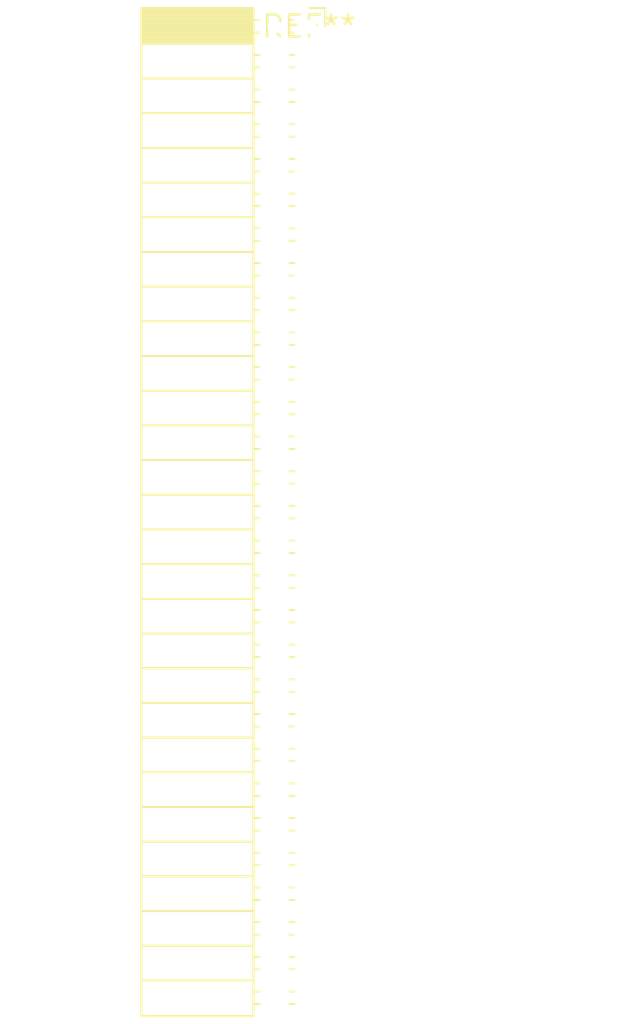
<source format=kicad_pcb>
(kicad_pcb (version 20240108) (generator pcbnew)
  (layers (0 "F.Cu" signal) (31 "B.Cu" signal) (34 "B.Paste" user) (35 "F.Paste" user) (36 "B.SilkS" user "B.Silkscreen") (37 "F.SilkS" user "F.Silkscreen") (38 "B.Mask" user) (39 "F.Mask" user) (44 "Edge.Cuts" user))
  (net 0 "")
  (footprint "PinSocket_2x29_P2.00mm_Horizontal" (layer "F.Cu") (at 0 0)
    (property "Reference" "REF**")
    (property "Value" "PinSocket_2x29_P2.00mm_Horizontal")
    (fp_line (start -9.68 -1.06) (end -9.68 57.06) (layer "F.SilkS") (stroke (width 0.12)))
    (fp_line (start -9.68 -1.06) (end -3.21 -1.06) (layer "F.SilkS") (stroke (width 0.12)))
    (fp_line (start -9.68 -0.94) (end -3.21 -0.94) (layer "F.SilkS") (stroke (width 0.12)))
    (fp_line (start -9.68 -0.825882) (end -3.21 -0.825882) (layer "F.SilkS") (stroke (width 0.12)))
    (fp_line (start -9.68 -0.711764) (end -3.21 -0.711764) (layer "F.SilkS") (stroke (width 0.12)))
    (fp_line (start -9.68 -0.597646) (end -3.21 -0.597646) (layer "F.SilkS") (stroke (width 0.12)))
    (fp_line (start -9.68 -0.483528) (end -3.21 -0.483528) (layer "F.SilkS") (stroke (width 0.12)))
    (fp_line (start -9.68 -0.36941) (end -3.21 -0.36941) (layer "F.SilkS") (stroke (width 0.12)))
    (fp_line (start -9.68 -0.255292) (end -3.21 -0.255292) (layer "F.SilkS") (stroke (width 0.12)))
    (fp_line (start -9.68 -0.141174) (end -3.21 -0.141174) (layer "F.SilkS") (stroke (width 0.12)))
    (fp_line (start -9.68 -0.027056) (end -3.21 -0.027056) (layer "F.SilkS") (stroke (width 0.12)))
    (fp_line (start -9.68 0.087062) (end -3.21 0.087062) (layer "F.SilkS") (stroke (width 0.12)))
    (fp_line (start -9.68 0.20118) (end -3.21 0.20118) (layer "F.SilkS") (stroke (width 0.12)))
    (fp_line (start -9.68 0.315298) (end -3.21 0.315298) (layer "F.SilkS") (stroke (width 0.12)))
    (fp_line (start -9.68 0.429416) (end -3.21 0.429416) (layer "F.SilkS") (stroke (width 0.12)))
    (fp_line (start -9.68 0.543534) (end -3.21 0.543534) (layer "F.SilkS") (stroke (width 0.12)))
    (fp_line (start -9.68 0.657652) (end -3.21 0.657652) (layer "F.SilkS") (stroke (width 0.12)))
    (fp_line (start -9.68 0.77177) (end -3.21 0.77177) (layer "F.SilkS") (stroke (width 0.12)))
    (fp_line (start -9.68 0.885888) (end -3.21 0.885888) (layer "F.SilkS") (stroke (width 0.12)))
    (fp_line (start -9.68 1) (end -3.21 1) (layer "F.SilkS") (stroke (width 0.12)))
    (fp_line (start -9.68 3) (end -3.21 3) (layer "F.SilkS") (stroke (width 0.12)))
    (fp_line (start -9.68 5) (end -3.21 5) (layer "F.SilkS") (stroke (width 0.12)))
    (fp_line (start -9.68 7) (end -3.21 7) (layer "F.SilkS") (stroke (width 0.12)))
    (fp_line (start -9.68 9) (end -3.21 9) (layer "F.SilkS") (stroke (width 0.12)))
    (fp_line (start -9.68 11) (end -3.21 11) (layer "F.SilkS") (stroke (width 0.12)))
    (fp_line (start -9.68 13) (end -3.21 13) (layer "F.SilkS") (stroke (width 0.12)))
    (fp_line (start -9.68 15) (end -3.21 15) (layer "F.SilkS") (stroke (width 0.12)))
    (fp_line (start -9.68 17) (end -3.21 17) (layer "F.SilkS") (stroke (width 0.12)))
    (fp_line (start -9.68 19) (end -3.21 19) (layer "F.SilkS") (stroke (width 0.12)))
    (fp_line (start -9.68 21) (end -3.21 21) (layer "F.SilkS") (stroke (width 0.12)))
    (fp_line (start -9.68 23) (end -3.21 23) (layer "F.SilkS") (stroke (width 0.12)))
    (fp_line (start -9.68 25) (end -3.21 25) (layer "F.SilkS") (stroke (width 0.12)))
    (fp_line (start -9.68 27) (end -3.21 27) (layer "F.SilkS") (stroke (width 0.12)))
    (fp_line (start -9.68 29) (end -3.21 29) (layer "F.SilkS") (stroke (width 0.12)))
    (fp_line (start -9.68 31) (end -3.21 31) (layer "F.SilkS") (stroke (width 0.12)))
    (fp_line (start -9.68 33) (end -3.21 33) (layer "F.SilkS") (stroke (width 0.12)))
    (fp_line (start -9.68 35) (end -3.21 35) (layer "F.SilkS") (stroke (width 0.12)))
    (fp_line (start -9.68 37) (end -3.21 37) (layer "F.SilkS") (stroke (width 0.12)))
    (fp_line (start -9.68 39) (end -3.21 39) (layer "F.SilkS") (stroke (width 0.12)))
    (fp_line (start -9.68 41) (end -3.21 41) (layer "F.SilkS") (stroke (width 0.12)))
    (fp_line (start -9.68 43) (end -3.21 43) (layer "F.SilkS") (stroke (width 0.12)))
    (fp_line (start -9.68 45) (end -3.21 45) (layer "F.SilkS") (stroke (width 0.12)))
    (fp_line (start -9.68 47) (end -3.21 47) (layer "F.SilkS") (stroke (width 0.12)))
    (fp_line (start -9.68 49) (end -3.21 49) (layer "F.SilkS") (stroke (width 0.12)))
    (fp_line (start -9.68 51) (end -3.21 51) (layer "F.SilkS") (stroke (width 0.12)))
    (fp_line (start -9.68 53) (end -3.21 53) (layer "F.SilkS") (stroke (width 0.12)))
    (fp_line (start -9.68 55) (end -3.21 55) (layer "F.SilkS") (stroke (width 0.12)))
    (fp_line (start -9.68 57.06) (end -3.21 57.06) (layer "F.SilkS") (stroke (width 0.12)))
    (fp_line (start -3.21 -1.06) (end -3.21 57.06) (layer "F.SilkS") (stroke (width 0.12)))
    (fp_line (start -3.21 -0.36) (end -2.862917 -0.36) (layer "F.SilkS") (stroke (width 0.12)))
    (fp_line (start -3.21 0.36) (end -2.862917 0.36) (layer "F.SilkS") (stroke (width 0.12)))
    (fp_line (start -3.21 1.64) (end -2.862917 1.64) (layer "F.SilkS") (stroke (width 0.12)))
    (fp_line (start -3.21 2.36) (end -2.862917 2.36) (layer "F.SilkS") (stroke (width 0.12)))
    (fp_line (start -3.21 3.64) (end -2.862917 3.64) (layer "F.SilkS") (stroke (width 0.12)))
    (fp_line (start -3.21 4.36) (end -2.862917 4.36) (layer "F.SilkS") (stroke (width 0.12)))
    (fp_line (start -3.21 5.64) (end -2.862917 5.64) (layer "F.SilkS") (stroke (width 0.12)))
    (fp_line (start -3.21 6.36) (end -2.862917 6.36) (layer "F.SilkS") (stroke (width 0.12)))
    (fp_line (start -3.21 7.64) (end -2.862917 7.64) (layer "F.SilkS") (stroke (width 0.12)))
    (fp_line (start -3.21 8.36) (end -2.862917 8.36) (layer "F.SilkS") (stroke (width 0.12)))
    (fp_line (start -3.21 9.64) (end -2.862917 9.64) (layer "F.SilkS") (stroke (width 0.12)))
    (fp_line (start -3.21 10.36) (end -2.862917 10.36) (layer "F.SilkS") (stroke (width 0.12)))
    (fp_line (start -3.21 11.64) (end -2.862917 11.64) (layer "F.SilkS") (stroke (width 0.12)))
    (fp_line (start -3.21 12.36) (end -2.862917 12.36) (layer "F.SilkS") (stroke (width 0.12)))
    (fp_line (start -3.21 13.64) (end -2.862917 13.64) (layer "F.SilkS") (stroke (width 0.12)))
    (fp_line (start -3.21 14.36) (end -2.862917 14.36) (layer "F.SilkS") (stroke (width 0.12)))
    (fp_line (start -3.21 15.64) (end -2.862917 15.64) (layer "F.SilkS") (stroke (width 0.12)))
    (fp_line (start -3.21 16.36) (end -2.862917 16.36) (layer "F.SilkS") (stroke (width 0.12)))
    (fp_line (start -3.21 17.64) (end -2.862917 17.64) (layer "F.SilkS") (stroke (width 0.12)))
    (fp_line (start -3.21 18.36) (end -2.862917 18.36) (layer "F.SilkS") (stroke (width 0.12)))
    (fp_line (start -3.21 19.64) (end -2.862917 19.64) (layer "F.SilkS") (stroke (width 0.12)))
    (fp_line (start -3.21 20.36) (end -2.862917 20.36) (layer "F.SilkS") (stroke (width 0.12)))
    (fp_line (start -3.21 21.64) (end -2.862917 21.64) (layer "F.SilkS") (stroke (width 0.12)))
    (fp_line (start -3.21 22.36) (end -2.862917 22.36) (layer "F.SilkS") (stroke (width 0.12)))
    (fp_line (start -3.21 23.64) (end -2.862917 23.64) (layer "F.SilkS") (stroke (width 0.12)))
    (fp_line (start -3.21 24.36) (end -2.862917 24.36) (layer "F.SilkS") (stroke (width 0.12)))
    (fp_line (start -3.21 25.64) (end -2.862917 25.64) (layer "F.SilkS") (stroke (width 0.12)))
    (fp_line (start -3.21 26.36) (end -2.862917 26.36) (layer "F.SilkS") (stroke (width 0.12)))
    (fp_line (start -3.21 27.64) (end -2.862917 27.64) (layer "F.SilkS") (stroke (width 0.12)))
    (fp_line (start -3.21 28.36) (end -2.862917 28.36) (layer "F.SilkS") (stroke (width 0.12)))
    (fp_line (start -3.21 29.64) (end -2.862917 29.64) (layer "F.SilkS") (stroke (width 0.12)))
    (fp_line (start -3.21 30.36) (end -2.862917 30.36) (layer "F.SilkS") (stroke (width 0.12)))
    (fp_line (start -3.21 31.64) (end -2.862917 31.64) (layer "F.SilkS") (stroke (width 0.12)))
    (fp_line (start -3.21 32.36) (end -2.862917 32.36) (layer "F.SilkS") (stroke (width 0.12)))
    (fp_line (start -3.21 33.64) (end -2.862917 33.64) (layer "F.SilkS") (stroke (width 0.12)))
    (fp_line (start -3.21 34.36) (end -2.862917 34.36) (layer "F.SilkS") (stroke (width 0.12)))
    (fp_line (start -3.21 35.64) (end -2.862917 35.64) (layer "F.SilkS") (stroke (width 0.12)))
    (fp_line (start -3.21 36.36) (end -2.862917 36.36) (layer "F.SilkS") (stroke (width 0.12)))
    (fp_line (start -3.21 37.64) (end -2.862917 37.64) (layer "F.SilkS") (stroke (width 0.12)))
    (fp_line (start -3.21 38.36) (end -2.862917 38.36) (layer "F.SilkS") (stroke (width 0.12)))
    (fp_line (start -3.21 39.64) (end -2.862917 39.64) (layer "F.SilkS") (stroke (width 0.12)))
    (fp_line (start -3.21 40.36) (end -2.862917 40.36) (layer "F.SilkS") (stroke (width 0.12)))
    (fp_line (start -3.21 41.64) (end -2.862917 41.64) (layer "F.SilkS") (stroke (width 0.12)))
    (fp_line (start -3.21 42.36) (end -2.862917 42.36) (layer "F.SilkS") (stroke (width 0.12)))
    (fp_line (start -3.21 43.64) (end -2.862917 43.64) (layer "F.SilkS") (stroke (width 0.12)))
    (fp_line (start -3.21 44.36) (end -2.862917 44.36) (layer "F.SilkS") (stroke (width 0.12)))
    (fp_line (start -3.21 45.64) (end -2.862917 45.64) (layer "F.SilkS") (stroke (width 0.12)))
    (fp_line (start -3.21 46.36) (end -2.862917 46.36) (layer "F.SilkS") (stroke (width 0.12)))
    (fp_line (start -3.21 47.64) (end -2.862917 47.64) (layer "F.SilkS") (stroke (width 0.12)))
    (fp_line (start -3.21 48.36) (end -2.862917 48.36) (layer "F.SilkS") (stroke (width 0.12)))
    (fp_line (start -3.21 49.64) (end -2.862917 49.64) (layer "F.SilkS") (stroke (width 0.12)))
    (fp_line (start -3.21 50.36) (end -2.862917 50.36) (layer "F.SilkS") (stroke (width 0.12)))
    (fp_line (start -3.21 51.64) (end -2.862917 51.64) (layer "F.SilkS") (stroke (width 0.12)))
    (fp_line (start -3.21 52.36) (end -2.862917 52.36) (layer "F.SilkS") (stroke (width 0.12)))
    (fp_line (start -3.21 53.64) (end -2.862917 53.64) (layer "F.SilkS") (stroke (width 0.12)))
    (fp_line (start -3.21 54.36) (end -2.862917 54.36) (layer "F.SilkS") (stroke (width 0.12)))
    (fp_line (start -3.21 55.64) (end -2.862917 55.64) (layer "F.SilkS") (stroke (width 0.12)))
    (fp_line (start -3.21 56.36) (end -2.862917 56.36) (layer "F.SilkS") (stroke (width 0.12)))
    (fp_line (start -1.137083 -0.36) (end -0.935 -0.36) (layer "F.SilkS") (stroke (width 0.12)))
    (fp_line (start -1.137083 0.36) (end -0.935 0.36) (layer "F.SilkS") (stroke (width 0.12)))
    (fp_line (start -1.137083 1.64) (end -0.862917 1.64) (layer "F.SilkS") (stroke (width 0.12)))
    (fp_line (start -1.137083 2.36) (end -0.862917 2.36) (layer "F.SilkS") (stroke (width 0.12)))
    (fp_line (start -1.137083 3.64) (end -0.862917 3.64) (layer "F.SilkS") (stroke (width 0.12)))
    (fp_line (start -1.137083 4.36) (end -0.862917 4.36) (layer "F.SilkS") (stroke (width 0.12)))
    (fp_line (start -1.137083 5.64) (end -0.862917 5.64) (layer "F.SilkS") (stroke (width 0.12)))
    (fp_line (start -1.137083 6.36) (end -0.862917 6.36) (layer "F.SilkS") (stroke (width 0.12)))
    (fp_line (start -1.137083 7.64) (end -0.862917 7.64) (layer "F.SilkS") (stroke (width 0.12)))
    (fp_line (start -1.137083 8.36) (end -0.862917 8.36) (layer "F.SilkS") (stroke (width 0.12)))
    (fp_line (start -1.137083 9.64) (end -0.862917 9.64) (layer "F.SilkS") (stroke (width 0.12)))
    (fp_line (start -1.137083 10.36) (end -0.862917 10.36) (layer "F.SilkS") (stroke (width 0.12)))
    (fp_line (start -1.137083 11.64) (end -0.862917 11.64) (layer "F.SilkS") (stroke (width 0.12)))
    (fp_line (start -1.137083 12.36) (end -0.862917 12.36) (layer "F.SilkS") (stroke (width 0.12)))
    (fp_line (start -1.137083 13.64) (end -0.862917 13.64) (layer "F.SilkS") (stroke (width 0.12)))
    (fp_line (start -1.137083 14.36) (end -0.862917 14.36) (layer "F.SilkS") (stroke (width 0.12)))
    (fp_line (start -1.137083 15.64) (end -0.862917 15.64) (layer "F.SilkS") (stroke (width 0.12)))
    (fp_line (start -1.137083 16.36) (end -0.862917 16.36) (layer "F.SilkS") (stroke (width 0.12)))
    (fp_line (start -1.137083 17.64) (end -0.862917 17.64) (layer "F.SilkS") (stroke (width 0.12)))
    (fp_line (start -1.137083 18.36) (end -0.862917 18.36) (layer "F.SilkS") (stroke (width 0.12)))
    (fp_line (start -1.137083 19.64) (end -0.862917 19.64) (layer "F.SilkS") (stroke (width 0.12)))
    (fp_line (start -1.137083 20.36) (end -0.862917 20.36) (layer "F.SilkS") (stroke (width 0.12)))
    (fp_line (start -1.137083 21.64) (end -0.862917 21.64) (layer "F.SilkS") (stroke (width 0.12)))
    (fp_line (start -1.137083 22.36) (end -0.862917 22.36) (layer "F.SilkS") (stroke (width 0.12)))
    (fp_line (start -1.137083 23.64) (end -0.862917 23.64) (layer "F.SilkS") (stroke (width 0.12)))
    (fp_line (start -1.137083 24.36) (end -0.862917 24.36) (layer "F.SilkS") (stroke (width 0.12)))
    (fp_line (start -1.137083 25.64) (end -0.862917 25.64) (layer "F.SilkS") (stroke (width 0.12)))
    (fp_line (start -1.137083 26.36) (end -0.862917 26.36) (layer "F.SilkS") (stroke (width 0.12)))
    (fp_line (start -1.137083 27.64) (end -0.862917 27.64) (layer "F.SilkS") (stroke (width 0.12)))
    (fp_line (start -1.137083 28.36) (end -0.862917 28.36) (layer "F.SilkS") (stroke (width 0.12)))
    (fp_line (start -1.137083 29.64) (end -0.862917 29.64) (layer "F.SilkS") (stroke (width 0.12)))
    (fp_line (start -1.137083 30.36) (end -0.862917 30.36) (layer "F.SilkS") (stroke (width 0.12)))
    (fp_line (start -1.137083 31.64) (end -0.862917 31.64) (layer "F.SilkS") (stroke (width 0.12)))
    (fp_line (start -1.137083 32.36) (end -0.862917 32.36) (layer "F.SilkS") (stroke (width 0.12)))
    (fp_line (start -1.137083 33.64) (end -0.862917 33.64) (layer "F.SilkS") (stroke (width 0.12)))
    (fp_line (start -1.137083 34.36) (end -0.862917 34.36) (layer "F.SilkS") (stroke (width 0.12)))
    (fp_line (start -1.137083 35.64) (end -0.862917 35.64) (layer "F.SilkS") (stroke (width 0.12)))
    (fp_line (start -1.137083 36.36) (end -0.862917 36.36) (layer "F.SilkS") (stroke (width 0.12)))
    (fp_line (start -1.137083 37.64) (end -0.862917 37.64) (layer "F.SilkS") (stroke (width 0.12)))
    (fp_line (start -1.137083 38.36) (end -0.862917 38.36) (layer "F.SilkS") (stroke (width 0.12)))
    (fp_line (start -1.137083 39.64) (end -0.862917 39.64) (layer "F.SilkS") (stroke (width 0.12)))
    (fp_line (start -1.137083 40.36) (end -0.862917 40.36) (layer "F.SilkS") (stroke (width 0.12)))
    (fp_line (start -1.137083 41.64) (end -0.862917 41.64) (layer "F.SilkS") (stroke (width 0.12)))
    (fp_line (start -1.137083 42.36) (end -0.862917 42.36) (layer "F.SilkS") (stroke (width 0.12)))
    (fp_line (start -1.137083 43.64) (end -0.862917 43.64) (layer "F.SilkS") (stroke (width 0.12)))
    (fp_line (start -1.137083 44.36) (end -0.862917 44.36) (layer "F.SilkS") (stroke (width 0.12)))
    (fp_line (start -1.137083 45.64) (end -0.862917 45.64) (layer "F.SilkS") (stroke (width 0.12)))
    (fp_line (start -1.137083 46.36) (end -0.862917 46.36) (layer "F.SilkS") (stroke (width 0.12)))
    (fp_line (start -1.137083 47.64) (end -0.862917 47.64) (layer "F.SilkS") (stroke (width 0.12)))
    (fp_line (start -1.137083 48.36) (end -0.862917 48.36) (layer "F.SilkS") (stroke (width 0.12)))
    (fp_line (start -1.137083 49.64) (end -0.862917 49.64) (layer "F.SilkS") (stroke (width 0.12)))
    (fp_line (start -1.137083 50.36) (end -0.862917 50.36) (layer "F.SilkS") (stroke (width 0.12)))
    (fp_line (start -1.137083 51.64) (end -0.862917 51.64) (layer "F.SilkS") (stroke (width 0.12)))
    (fp_line (start -1.137083 52.36) (end -0.862917 52.36) (layer "F.SilkS") (stroke (width 0.12)))
    (fp_line (start -1.137083 53.64) (end -0.862917 53.64) (layer "F.SilkS") (stroke (width 0.12)))
    (fp_line (start -1.137083 54.36) (end -0.862917 54.36) (layer "F.SilkS") (stroke (width 0.12)))
    (fp_line (start -1.137083 55.64) (end -0.862917 55.64) (layer "F.SilkS") (stroke (width 0.12)))
    (fp_line (start -1.137083 56.36) (end -0.862917 56.36) (layer "F.SilkS") (stroke (width 0.12)))
    (fp_line (start 0 -1.06) (end 0.935 -1.06) (layer "F.SilkS") (stroke (width 0.12)))
    (fp_line (start 0.935 -1.06) (end 0.935 0) (layer "F.SilkS") (stroke (width 0.12)))
    (pad "1" thru_hole rect (at 0 0) (size 1.35 1.35) (drill 0.8) (layers *.Cu *.Mask) (remove_unused_layers))
    (pad "2" thru_hole oval (at -2 0) (size 1.35 1.35) (drill 0.8) (layers *.Cu *.Mask) (remove_unused_layers))
    (pad "3" thru_hole oval (at 0 2) (size 1.35 1.35) (drill 0.8) (layers *.Cu *.Mask) (remove_unused_layers))
    (pad "4" thru_hole oval (at -2 2) (size 1.35 1.35) (drill 0.8) (layers *.Cu *.Mask) (remove_unused_layers))
    (pad "5" thru_hole oval (at 0 4) (size 1.35 1.35) (drill 0.8) (layers *.Cu *.Mask) (remove_unused_layers))
    (pad "6" thru_hole oval (at -2 4) (size 1.35 1.35) (drill 0.8) (layers *.Cu *.Mask) (remove_unused_layers))
    (pad "7" thru_hole oval (at 0 6) (size 1.35 1.35) (drill 0.8) (layers *.Cu *.Mask) (remove_unused_layers))
    (pad "8" thru_hole oval (at -2 6) (size 1.35 1.35) (drill 0.8) (layers *.Cu *.Mask) (remove_unused_layers))
    (pad "9" thru_hole oval (at 0 8) (size 1.35 1.35) (drill 0.8) (layers *.Cu *.Mask) (remove_unused_layers))
    (pad "10" thru_hole oval (at -2 8) (size 1.35 1.35) (drill 0.8) (layers *.Cu *.Mask) (remove_unused_layers))
    (pad "11" thru_hole oval (at 0 10) (size 1.35 1.35) (drill 0.8) (layers *.Cu *.Mask) (remove_unused_layers))
    (pad "12" thru_hole oval (at -2 10) (size 1.35 1.35) (drill 0.8) (layers *.Cu *.Mask) (remove_unused_layers))
    (pad "13" thru_hole oval (at 0 12) (size 1.35 1.35) (drill 0.8) (layers *.Cu *.Mask) (remove_unused_layers))
    (pad "14" thru_hole oval (at -2 12) (size 1.35 1.35) (drill 0.8) (layers *.Cu *.Mask) (remove_unused_layers))
    (pad "15" thru_hole oval (at 0 14) (size 1.35 1.35) (drill 0.8) (layers *.Cu *.Mask) (remove_unused_layers))
    (pad "16" thru_hole oval (at -2 14) (size 1.35 1.35) (drill 0.8) (layers *.Cu *.Mask) (remove_unused_layers))
    (pad "17" thru_hole oval (at 0 16) (size 1.35 1.35) (drill 0.8) (layers *.Cu *.Mask) (remove_unused_layers))
    (pad "18" thru_hole oval (at -2 16) (size 1.35 1.35) (drill 0.8) (layers *.Cu *.Mask) (remove_unused_layers))
    (pad "19" thru_hole oval (at 0 18) (size 1.35 1.35) (drill 0.8) (layers *.Cu *.Mask) (remove_unused_layers))
    (pad "20" thru_hole oval (at -2 18) (size 1.35 1.35) (drill 0.8) (layers *.Cu *.Mask) (remove_unused_layers))
    (pad "21" thru_hole oval (at 0 20) (size 1.35 1.35) (drill 0.8) (layers *.Cu *.Mask) (remove_unused_layers))
    (pad "22" thru_hole oval (at -2 20) (size 1.35 1.35) (drill 0.8) (layers *.Cu *.Mask) (remove_unused_layers))
    (pad "23" thru_hole oval (at 0 22) (size 1.35 1.35) (drill 0.8) (layers *.Cu *.Mask) (remove_unused_layers))
    (pad "24" thru_hole oval (at -2 22) (size 1.35 1.35) (drill 0.8) (layers *.Cu *.Mask) (remove_unused_layers))
    (pad "25" thru_hole oval (at 0 24) (size 1.35 1.35) (drill 0.8) (layers *.Cu *.Mask) (remove_unused_layers))
    (pad "26" thru_hole oval (at -2 24) (size 1.35 1.35) (drill 0.8) (layers *.Cu *.Mask) (remove_unused_layers))
    (pad "27" thru_hole oval (at 0 26) (size 1.35 1.35) (drill 0.8) (layers *.Cu *.Mask) (remove_unused_layers))
    (pad "28" thru_hole oval (at -2 26) (size 1.35 1.35) (drill 0.8) (layers *.Cu *.Mask) (remove_unused_layers))
    (pad "29" thru_hole oval (at 0 28) (size 1.35 1.35) (drill 0.8) (layers *.Cu *.Mask) (remove_unused_layers))
    (pad "30" thru_hole oval (at -2 28) (size 1.35 1.35) (drill 0.8) (layers *.Cu *.Mask) (remove_unused_layers))
    (pad "31" thru_hole oval (at 0 30) (size 1.35 1.35) (drill 0.8) (layers *.Cu *.Mask) (remove_unused_layers))
    (pad "32" thru_hole oval (at -2 30) (size 1.35 1.35) (drill 0.8) (layers *.Cu *.Mask) (remove_unused_layers))
    (pad "33" thru_hole oval (at 0 32) (size 1.35 1.35) (drill 0.8) (layers *.Cu *.Mask) (remove_unused_layers))
    (pad "34" thru_hole oval (at -2 32) (size 1.35 1.35) (drill 0.8) (layers *.Cu *.Mask) (remove_unused_layers))
    (pad "35" thru_hole oval (at 0 34) (size 1.35 1.35) (drill 0.8) (layers *.Cu *.Mask) (remove_unused_layers))
    (pad "36" thru_hole oval (at -2 34) (size 1.35 1.35) (drill 0.8) (layers *.Cu *.Mask) (remove_unused_layers))
    (pad "37" thru_hole oval (at 0 36) (size 1.35 1.35) (drill 0.8) (layers *.Cu *.Mask) (remove_unused_layers))
    (pad "38" thru_hole oval (at -2 36) (size 1.35 1.35) (drill 0.8) (layers *.Cu *.Mask) (remove_unused_layers))
    (pad "39" thru_hole oval (at 0 38) (size 1.35 1.35) (drill 0.8) (layers *.Cu *.Mask) (remove_unused_layers))
    (pad "40" thru_hole oval (at -2 38) (size 1.35 1.35) (drill 0.8) (layers *.Cu *.Mask) (remove_unused_layers))
    (pad "41" thru_hole oval (at 0 40) (size 1.35 1.35) (drill 0.8) (layers *.Cu *.Mask) (remove_unused_layers))
    (pad "42" thru_hole oval (at -2 40) (size 1.35 1.35) (drill 0.8) (layers *.Cu *.Mask) (remove_unused_layers))
    (pad "43" thru_hole oval (at 0 42) (size 1.35 1.35) (drill 0.8) (layers *.Cu *.Mask) (remove_unused_layers))
    (pad "44" thru_hole oval (at -2 42) (size 1.35 1.35) (drill 0.8) (layers *.Cu *.Mask) (remove_unused_layers))
    (pad "45" thru_hole oval (at 0 44) (size 1.35 1.35) (drill 0.8) (layers *.Cu *.Mask) (remove_unused_layers))
    (pad "46" thru_hole oval (at -2 44) (size 1.35 1.35) (drill 0.8) (layers *.Cu *.Mask) (remove_unused_layers))
    (pad "47" thru_hole oval (at 0 46) (size 1.35 1.35) (drill 0.8) (layers *.Cu *.Mask) (remove_unused_layers))
    (pad "48" thru_hole oval (at -2 46) (size 1.35 1.35) (drill 0.8) (layers *.Cu *.Mask) (remove_unused_layers))
    (pad "49" thru_hole oval (at 0 48) (size 1.35 1.35) (drill 0.8) (layers *.Cu *.Mask) (remove_unused_layers))
    (pad "50" thru_hole oval (at -2 48) (size 1.35 1.35) (drill 0.8) (layers *.Cu *.Mask) (remove_unused_layers))
    (pad "51" thru_hole oval (at 0 50) (size 1.35 1.35) (drill 0.8) (layers *.Cu *.Mask) (remove_unused_layers))
    (pad "52" thru_hole oval (at -2 50) (size 1.35 1.35) (drill 0.8) (layers *.Cu *.Mask) (remove_unused_layers))
    (pad "53" thru_hole oval (at 0 52) (size 1.35 1.35) (drill 0.8) (layers *.Cu *.Mask) (remove_unused_layers))
    (pad "54" thru_hole oval (at -2 52) (size 1.35 1.35) (drill 0.8) (layers *.Cu *.Mask) (remove_unused_layers))
    (pad "55" thru_hole oval (at 0 54) (size 1.35 1.35) (drill 0.8) (layers *.Cu *.Mask) (remove_unused_layers))
    (pad "56" thru_hole oval (at -2 54) (size 1.35 1.35) (drill 0.8) (layers *.Cu *.Mask) (remove_unused_layers))
    (pad "57" thru_hole oval (at 0 56) (size 1.35 1.35) (drill 0.8) (layers *.Cu *.Mask) (remove_unused_layers))
    (pad "58" thru_hole oval (at -2 56) (size 1.35 1.35) (drill 0.8) (layers *.Cu *.Mask) (remove_unused_layers))
  )
)
</source>
